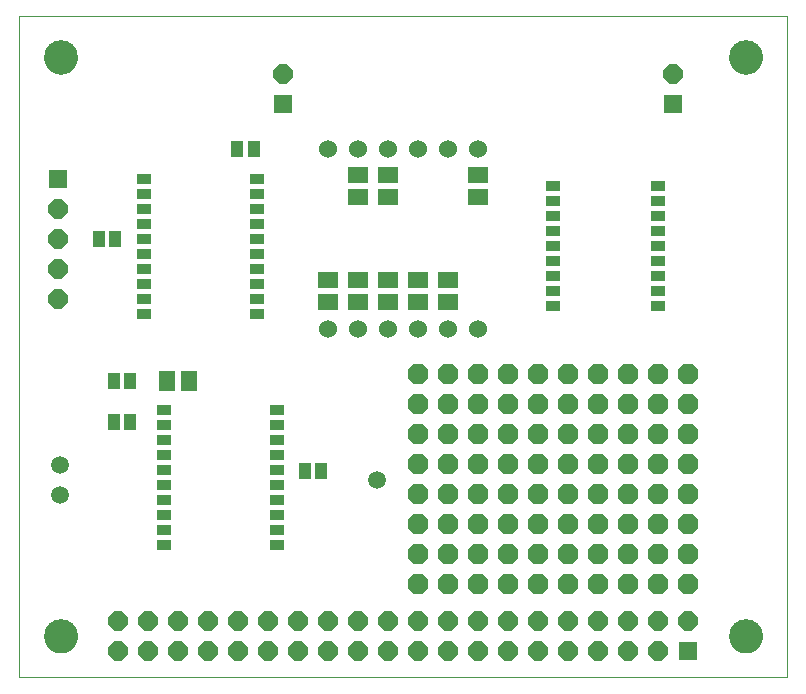
<source format=gbs>
G75*
%MOIN*%
%OFA0B0*%
%FSLAX25Y25*%
%IPPOS*%
%LPD*%
%AMOC8*
5,1,8,0,0,1.08239X$1,22.5*
%
%ADD10C,0.00000*%
%ADD11C,0.11227*%
%ADD12R,0.04337X0.05518*%
%ADD13R,0.06400X0.06400*%
%ADD14OC8,0.06400*%
%ADD15R,0.06699X0.05518*%
%ADD16C,0.06000*%
%ADD17R,0.04900X0.03400*%
%ADD18C,0.05943*%
%ADD19OC8,0.06700*%
%ADD20R,0.05518X0.06699*%
D10*
X0001000Y0001000D02*
X0256906Y0001000D01*
X0256906Y0221472D01*
X0001000Y0221472D01*
X0001000Y0001000D01*
X0009367Y0014780D02*
X0009369Y0014927D01*
X0009375Y0015073D01*
X0009385Y0015219D01*
X0009399Y0015365D01*
X0009417Y0015511D01*
X0009438Y0015656D01*
X0009464Y0015800D01*
X0009494Y0015944D01*
X0009527Y0016086D01*
X0009564Y0016228D01*
X0009605Y0016369D01*
X0009650Y0016508D01*
X0009699Y0016647D01*
X0009751Y0016784D01*
X0009808Y0016919D01*
X0009867Y0017053D01*
X0009931Y0017185D01*
X0009998Y0017315D01*
X0010068Y0017444D01*
X0010142Y0017571D01*
X0010219Y0017695D01*
X0010300Y0017818D01*
X0010384Y0017938D01*
X0010471Y0018056D01*
X0010561Y0018171D01*
X0010654Y0018284D01*
X0010751Y0018395D01*
X0010850Y0018503D01*
X0010952Y0018608D01*
X0011057Y0018710D01*
X0011165Y0018809D01*
X0011276Y0018906D01*
X0011389Y0018999D01*
X0011504Y0019089D01*
X0011622Y0019176D01*
X0011742Y0019260D01*
X0011865Y0019341D01*
X0011989Y0019418D01*
X0012116Y0019492D01*
X0012245Y0019562D01*
X0012375Y0019629D01*
X0012507Y0019693D01*
X0012641Y0019752D01*
X0012776Y0019809D01*
X0012913Y0019861D01*
X0013052Y0019910D01*
X0013191Y0019955D01*
X0013332Y0019996D01*
X0013474Y0020033D01*
X0013616Y0020066D01*
X0013760Y0020096D01*
X0013904Y0020122D01*
X0014049Y0020143D01*
X0014195Y0020161D01*
X0014341Y0020175D01*
X0014487Y0020185D01*
X0014633Y0020191D01*
X0014780Y0020193D01*
X0014927Y0020191D01*
X0015073Y0020185D01*
X0015219Y0020175D01*
X0015365Y0020161D01*
X0015511Y0020143D01*
X0015656Y0020122D01*
X0015800Y0020096D01*
X0015944Y0020066D01*
X0016086Y0020033D01*
X0016228Y0019996D01*
X0016369Y0019955D01*
X0016508Y0019910D01*
X0016647Y0019861D01*
X0016784Y0019809D01*
X0016919Y0019752D01*
X0017053Y0019693D01*
X0017185Y0019629D01*
X0017315Y0019562D01*
X0017444Y0019492D01*
X0017571Y0019418D01*
X0017695Y0019341D01*
X0017818Y0019260D01*
X0017938Y0019176D01*
X0018056Y0019089D01*
X0018171Y0018999D01*
X0018284Y0018906D01*
X0018395Y0018809D01*
X0018503Y0018710D01*
X0018608Y0018608D01*
X0018710Y0018503D01*
X0018809Y0018395D01*
X0018906Y0018284D01*
X0018999Y0018171D01*
X0019089Y0018056D01*
X0019176Y0017938D01*
X0019260Y0017818D01*
X0019341Y0017695D01*
X0019418Y0017571D01*
X0019492Y0017444D01*
X0019562Y0017315D01*
X0019629Y0017185D01*
X0019693Y0017053D01*
X0019752Y0016919D01*
X0019809Y0016784D01*
X0019861Y0016647D01*
X0019910Y0016508D01*
X0019955Y0016369D01*
X0019996Y0016228D01*
X0020033Y0016086D01*
X0020066Y0015944D01*
X0020096Y0015800D01*
X0020122Y0015656D01*
X0020143Y0015511D01*
X0020161Y0015365D01*
X0020175Y0015219D01*
X0020185Y0015073D01*
X0020191Y0014927D01*
X0020193Y0014780D01*
X0020191Y0014633D01*
X0020185Y0014487D01*
X0020175Y0014341D01*
X0020161Y0014195D01*
X0020143Y0014049D01*
X0020122Y0013904D01*
X0020096Y0013760D01*
X0020066Y0013616D01*
X0020033Y0013474D01*
X0019996Y0013332D01*
X0019955Y0013191D01*
X0019910Y0013052D01*
X0019861Y0012913D01*
X0019809Y0012776D01*
X0019752Y0012641D01*
X0019693Y0012507D01*
X0019629Y0012375D01*
X0019562Y0012245D01*
X0019492Y0012116D01*
X0019418Y0011989D01*
X0019341Y0011865D01*
X0019260Y0011742D01*
X0019176Y0011622D01*
X0019089Y0011504D01*
X0018999Y0011389D01*
X0018906Y0011276D01*
X0018809Y0011165D01*
X0018710Y0011057D01*
X0018608Y0010952D01*
X0018503Y0010850D01*
X0018395Y0010751D01*
X0018284Y0010654D01*
X0018171Y0010561D01*
X0018056Y0010471D01*
X0017938Y0010384D01*
X0017818Y0010300D01*
X0017695Y0010219D01*
X0017571Y0010142D01*
X0017444Y0010068D01*
X0017315Y0009998D01*
X0017185Y0009931D01*
X0017053Y0009867D01*
X0016919Y0009808D01*
X0016784Y0009751D01*
X0016647Y0009699D01*
X0016508Y0009650D01*
X0016369Y0009605D01*
X0016228Y0009564D01*
X0016086Y0009527D01*
X0015944Y0009494D01*
X0015800Y0009464D01*
X0015656Y0009438D01*
X0015511Y0009417D01*
X0015365Y0009399D01*
X0015219Y0009385D01*
X0015073Y0009375D01*
X0014927Y0009369D01*
X0014780Y0009367D01*
X0014633Y0009369D01*
X0014487Y0009375D01*
X0014341Y0009385D01*
X0014195Y0009399D01*
X0014049Y0009417D01*
X0013904Y0009438D01*
X0013760Y0009464D01*
X0013616Y0009494D01*
X0013474Y0009527D01*
X0013332Y0009564D01*
X0013191Y0009605D01*
X0013052Y0009650D01*
X0012913Y0009699D01*
X0012776Y0009751D01*
X0012641Y0009808D01*
X0012507Y0009867D01*
X0012375Y0009931D01*
X0012245Y0009998D01*
X0012116Y0010068D01*
X0011989Y0010142D01*
X0011865Y0010219D01*
X0011742Y0010300D01*
X0011622Y0010384D01*
X0011504Y0010471D01*
X0011389Y0010561D01*
X0011276Y0010654D01*
X0011165Y0010751D01*
X0011057Y0010850D01*
X0010952Y0010952D01*
X0010850Y0011057D01*
X0010751Y0011165D01*
X0010654Y0011276D01*
X0010561Y0011389D01*
X0010471Y0011504D01*
X0010384Y0011622D01*
X0010300Y0011742D01*
X0010219Y0011865D01*
X0010142Y0011989D01*
X0010068Y0012116D01*
X0009998Y0012245D01*
X0009931Y0012375D01*
X0009867Y0012507D01*
X0009808Y0012641D01*
X0009751Y0012776D01*
X0009699Y0012913D01*
X0009650Y0013052D01*
X0009605Y0013191D01*
X0009564Y0013332D01*
X0009527Y0013474D01*
X0009494Y0013616D01*
X0009464Y0013760D01*
X0009438Y0013904D01*
X0009417Y0014049D01*
X0009399Y0014195D01*
X0009385Y0014341D01*
X0009375Y0014487D01*
X0009369Y0014633D01*
X0009367Y0014780D01*
X0009367Y0207693D02*
X0009369Y0207840D01*
X0009375Y0207986D01*
X0009385Y0208132D01*
X0009399Y0208278D01*
X0009417Y0208424D01*
X0009438Y0208569D01*
X0009464Y0208713D01*
X0009494Y0208857D01*
X0009527Y0208999D01*
X0009564Y0209141D01*
X0009605Y0209282D01*
X0009650Y0209421D01*
X0009699Y0209560D01*
X0009751Y0209697D01*
X0009808Y0209832D01*
X0009867Y0209966D01*
X0009931Y0210098D01*
X0009998Y0210228D01*
X0010068Y0210357D01*
X0010142Y0210484D01*
X0010219Y0210608D01*
X0010300Y0210731D01*
X0010384Y0210851D01*
X0010471Y0210969D01*
X0010561Y0211084D01*
X0010654Y0211197D01*
X0010751Y0211308D01*
X0010850Y0211416D01*
X0010952Y0211521D01*
X0011057Y0211623D01*
X0011165Y0211722D01*
X0011276Y0211819D01*
X0011389Y0211912D01*
X0011504Y0212002D01*
X0011622Y0212089D01*
X0011742Y0212173D01*
X0011865Y0212254D01*
X0011989Y0212331D01*
X0012116Y0212405D01*
X0012245Y0212475D01*
X0012375Y0212542D01*
X0012507Y0212606D01*
X0012641Y0212665D01*
X0012776Y0212722D01*
X0012913Y0212774D01*
X0013052Y0212823D01*
X0013191Y0212868D01*
X0013332Y0212909D01*
X0013474Y0212946D01*
X0013616Y0212979D01*
X0013760Y0213009D01*
X0013904Y0213035D01*
X0014049Y0213056D01*
X0014195Y0213074D01*
X0014341Y0213088D01*
X0014487Y0213098D01*
X0014633Y0213104D01*
X0014780Y0213106D01*
X0014927Y0213104D01*
X0015073Y0213098D01*
X0015219Y0213088D01*
X0015365Y0213074D01*
X0015511Y0213056D01*
X0015656Y0213035D01*
X0015800Y0213009D01*
X0015944Y0212979D01*
X0016086Y0212946D01*
X0016228Y0212909D01*
X0016369Y0212868D01*
X0016508Y0212823D01*
X0016647Y0212774D01*
X0016784Y0212722D01*
X0016919Y0212665D01*
X0017053Y0212606D01*
X0017185Y0212542D01*
X0017315Y0212475D01*
X0017444Y0212405D01*
X0017571Y0212331D01*
X0017695Y0212254D01*
X0017818Y0212173D01*
X0017938Y0212089D01*
X0018056Y0212002D01*
X0018171Y0211912D01*
X0018284Y0211819D01*
X0018395Y0211722D01*
X0018503Y0211623D01*
X0018608Y0211521D01*
X0018710Y0211416D01*
X0018809Y0211308D01*
X0018906Y0211197D01*
X0018999Y0211084D01*
X0019089Y0210969D01*
X0019176Y0210851D01*
X0019260Y0210731D01*
X0019341Y0210608D01*
X0019418Y0210484D01*
X0019492Y0210357D01*
X0019562Y0210228D01*
X0019629Y0210098D01*
X0019693Y0209966D01*
X0019752Y0209832D01*
X0019809Y0209697D01*
X0019861Y0209560D01*
X0019910Y0209421D01*
X0019955Y0209282D01*
X0019996Y0209141D01*
X0020033Y0208999D01*
X0020066Y0208857D01*
X0020096Y0208713D01*
X0020122Y0208569D01*
X0020143Y0208424D01*
X0020161Y0208278D01*
X0020175Y0208132D01*
X0020185Y0207986D01*
X0020191Y0207840D01*
X0020193Y0207693D01*
X0020191Y0207546D01*
X0020185Y0207400D01*
X0020175Y0207254D01*
X0020161Y0207108D01*
X0020143Y0206962D01*
X0020122Y0206817D01*
X0020096Y0206673D01*
X0020066Y0206529D01*
X0020033Y0206387D01*
X0019996Y0206245D01*
X0019955Y0206104D01*
X0019910Y0205965D01*
X0019861Y0205826D01*
X0019809Y0205689D01*
X0019752Y0205554D01*
X0019693Y0205420D01*
X0019629Y0205288D01*
X0019562Y0205158D01*
X0019492Y0205029D01*
X0019418Y0204902D01*
X0019341Y0204778D01*
X0019260Y0204655D01*
X0019176Y0204535D01*
X0019089Y0204417D01*
X0018999Y0204302D01*
X0018906Y0204189D01*
X0018809Y0204078D01*
X0018710Y0203970D01*
X0018608Y0203865D01*
X0018503Y0203763D01*
X0018395Y0203664D01*
X0018284Y0203567D01*
X0018171Y0203474D01*
X0018056Y0203384D01*
X0017938Y0203297D01*
X0017818Y0203213D01*
X0017695Y0203132D01*
X0017571Y0203055D01*
X0017444Y0202981D01*
X0017315Y0202911D01*
X0017185Y0202844D01*
X0017053Y0202780D01*
X0016919Y0202721D01*
X0016784Y0202664D01*
X0016647Y0202612D01*
X0016508Y0202563D01*
X0016369Y0202518D01*
X0016228Y0202477D01*
X0016086Y0202440D01*
X0015944Y0202407D01*
X0015800Y0202377D01*
X0015656Y0202351D01*
X0015511Y0202330D01*
X0015365Y0202312D01*
X0015219Y0202298D01*
X0015073Y0202288D01*
X0014927Y0202282D01*
X0014780Y0202280D01*
X0014633Y0202282D01*
X0014487Y0202288D01*
X0014341Y0202298D01*
X0014195Y0202312D01*
X0014049Y0202330D01*
X0013904Y0202351D01*
X0013760Y0202377D01*
X0013616Y0202407D01*
X0013474Y0202440D01*
X0013332Y0202477D01*
X0013191Y0202518D01*
X0013052Y0202563D01*
X0012913Y0202612D01*
X0012776Y0202664D01*
X0012641Y0202721D01*
X0012507Y0202780D01*
X0012375Y0202844D01*
X0012245Y0202911D01*
X0012116Y0202981D01*
X0011989Y0203055D01*
X0011865Y0203132D01*
X0011742Y0203213D01*
X0011622Y0203297D01*
X0011504Y0203384D01*
X0011389Y0203474D01*
X0011276Y0203567D01*
X0011165Y0203664D01*
X0011057Y0203763D01*
X0010952Y0203865D01*
X0010850Y0203970D01*
X0010751Y0204078D01*
X0010654Y0204189D01*
X0010561Y0204302D01*
X0010471Y0204417D01*
X0010384Y0204535D01*
X0010300Y0204655D01*
X0010219Y0204778D01*
X0010142Y0204902D01*
X0010068Y0205029D01*
X0009998Y0205158D01*
X0009931Y0205288D01*
X0009867Y0205420D01*
X0009808Y0205554D01*
X0009751Y0205689D01*
X0009699Y0205826D01*
X0009650Y0205965D01*
X0009605Y0206104D01*
X0009564Y0206245D01*
X0009527Y0206387D01*
X0009494Y0206529D01*
X0009464Y0206673D01*
X0009438Y0206817D01*
X0009417Y0206962D01*
X0009399Y0207108D01*
X0009385Y0207254D01*
X0009375Y0207400D01*
X0009369Y0207546D01*
X0009367Y0207693D01*
X0237713Y0207693D02*
X0237715Y0207840D01*
X0237721Y0207986D01*
X0237731Y0208132D01*
X0237745Y0208278D01*
X0237763Y0208424D01*
X0237784Y0208569D01*
X0237810Y0208713D01*
X0237840Y0208857D01*
X0237873Y0208999D01*
X0237910Y0209141D01*
X0237951Y0209282D01*
X0237996Y0209421D01*
X0238045Y0209560D01*
X0238097Y0209697D01*
X0238154Y0209832D01*
X0238213Y0209966D01*
X0238277Y0210098D01*
X0238344Y0210228D01*
X0238414Y0210357D01*
X0238488Y0210484D01*
X0238565Y0210608D01*
X0238646Y0210731D01*
X0238730Y0210851D01*
X0238817Y0210969D01*
X0238907Y0211084D01*
X0239000Y0211197D01*
X0239097Y0211308D01*
X0239196Y0211416D01*
X0239298Y0211521D01*
X0239403Y0211623D01*
X0239511Y0211722D01*
X0239622Y0211819D01*
X0239735Y0211912D01*
X0239850Y0212002D01*
X0239968Y0212089D01*
X0240088Y0212173D01*
X0240211Y0212254D01*
X0240335Y0212331D01*
X0240462Y0212405D01*
X0240591Y0212475D01*
X0240721Y0212542D01*
X0240853Y0212606D01*
X0240987Y0212665D01*
X0241122Y0212722D01*
X0241259Y0212774D01*
X0241398Y0212823D01*
X0241537Y0212868D01*
X0241678Y0212909D01*
X0241820Y0212946D01*
X0241962Y0212979D01*
X0242106Y0213009D01*
X0242250Y0213035D01*
X0242395Y0213056D01*
X0242541Y0213074D01*
X0242687Y0213088D01*
X0242833Y0213098D01*
X0242979Y0213104D01*
X0243126Y0213106D01*
X0243273Y0213104D01*
X0243419Y0213098D01*
X0243565Y0213088D01*
X0243711Y0213074D01*
X0243857Y0213056D01*
X0244002Y0213035D01*
X0244146Y0213009D01*
X0244290Y0212979D01*
X0244432Y0212946D01*
X0244574Y0212909D01*
X0244715Y0212868D01*
X0244854Y0212823D01*
X0244993Y0212774D01*
X0245130Y0212722D01*
X0245265Y0212665D01*
X0245399Y0212606D01*
X0245531Y0212542D01*
X0245661Y0212475D01*
X0245790Y0212405D01*
X0245917Y0212331D01*
X0246041Y0212254D01*
X0246164Y0212173D01*
X0246284Y0212089D01*
X0246402Y0212002D01*
X0246517Y0211912D01*
X0246630Y0211819D01*
X0246741Y0211722D01*
X0246849Y0211623D01*
X0246954Y0211521D01*
X0247056Y0211416D01*
X0247155Y0211308D01*
X0247252Y0211197D01*
X0247345Y0211084D01*
X0247435Y0210969D01*
X0247522Y0210851D01*
X0247606Y0210731D01*
X0247687Y0210608D01*
X0247764Y0210484D01*
X0247838Y0210357D01*
X0247908Y0210228D01*
X0247975Y0210098D01*
X0248039Y0209966D01*
X0248098Y0209832D01*
X0248155Y0209697D01*
X0248207Y0209560D01*
X0248256Y0209421D01*
X0248301Y0209282D01*
X0248342Y0209141D01*
X0248379Y0208999D01*
X0248412Y0208857D01*
X0248442Y0208713D01*
X0248468Y0208569D01*
X0248489Y0208424D01*
X0248507Y0208278D01*
X0248521Y0208132D01*
X0248531Y0207986D01*
X0248537Y0207840D01*
X0248539Y0207693D01*
X0248537Y0207546D01*
X0248531Y0207400D01*
X0248521Y0207254D01*
X0248507Y0207108D01*
X0248489Y0206962D01*
X0248468Y0206817D01*
X0248442Y0206673D01*
X0248412Y0206529D01*
X0248379Y0206387D01*
X0248342Y0206245D01*
X0248301Y0206104D01*
X0248256Y0205965D01*
X0248207Y0205826D01*
X0248155Y0205689D01*
X0248098Y0205554D01*
X0248039Y0205420D01*
X0247975Y0205288D01*
X0247908Y0205158D01*
X0247838Y0205029D01*
X0247764Y0204902D01*
X0247687Y0204778D01*
X0247606Y0204655D01*
X0247522Y0204535D01*
X0247435Y0204417D01*
X0247345Y0204302D01*
X0247252Y0204189D01*
X0247155Y0204078D01*
X0247056Y0203970D01*
X0246954Y0203865D01*
X0246849Y0203763D01*
X0246741Y0203664D01*
X0246630Y0203567D01*
X0246517Y0203474D01*
X0246402Y0203384D01*
X0246284Y0203297D01*
X0246164Y0203213D01*
X0246041Y0203132D01*
X0245917Y0203055D01*
X0245790Y0202981D01*
X0245661Y0202911D01*
X0245531Y0202844D01*
X0245399Y0202780D01*
X0245265Y0202721D01*
X0245130Y0202664D01*
X0244993Y0202612D01*
X0244854Y0202563D01*
X0244715Y0202518D01*
X0244574Y0202477D01*
X0244432Y0202440D01*
X0244290Y0202407D01*
X0244146Y0202377D01*
X0244002Y0202351D01*
X0243857Y0202330D01*
X0243711Y0202312D01*
X0243565Y0202298D01*
X0243419Y0202288D01*
X0243273Y0202282D01*
X0243126Y0202280D01*
X0242979Y0202282D01*
X0242833Y0202288D01*
X0242687Y0202298D01*
X0242541Y0202312D01*
X0242395Y0202330D01*
X0242250Y0202351D01*
X0242106Y0202377D01*
X0241962Y0202407D01*
X0241820Y0202440D01*
X0241678Y0202477D01*
X0241537Y0202518D01*
X0241398Y0202563D01*
X0241259Y0202612D01*
X0241122Y0202664D01*
X0240987Y0202721D01*
X0240853Y0202780D01*
X0240721Y0202844D01*
X0240591Y0202911D01*
X0240462Y0202981D01*
X0240335Y0203055D01*
X0240211Y0203132D01*
X0240088Y0203213D01*
X0239968Y0203297D01*
X0239850Y0203384D01*
X0239735Y0203474D01*
X0239622Y0203567D01*
X0239511Y0203664D01*
X0239403Y0203763D01*
X0239298Y0203865D01*
X0239196Y0203970D01*
X0239097Y0204078D01*
X0239000Y0204189D01*
X0238907Y0204302D01*
X0238817Y0204417D01*
X0238730Y0204535D01*
X0238646Y0204655D01*
X0238565Y0204778D01*
X0238488Y0204902D01*
X0238414Y0205029D01*
X0238344Y0205158D01*
X0238277Y0205288D01*
X0238213Y0205420D01*
X0238154Y0205554D01*
X0238097Y0205689D01*
X0238045Y0205826D01*
X0237996Y0205965D01*
X0237951Y0206104D01*
X0237910Y0206245D01*
X0237873Y0206387D01*
X0237840Y0206529D01*
X0237810Y0206673D01*
X0237784Y0206817D01*
X0237763Y0206962D01*
X0237745Y0207108D01*
X0237731Y0207254D01*
X0237721Y0207400D01*
X0237715Y0207546D01*
X0237713Y0207693D01*
X0237713Y0014780D02*
X0237715Y0014927D01*
X0237721Y0015073D01*
X0237731Y0015219D01*
X0237745Y0015365D01*
X0237763Y0015511D01*
X0237784Y0015656D01*
X0237810Y0015800D01*
X0237840Y0015944D01*
X0237873Y0016086D01*
X0237910Y0016228D01*
X0237951Y0016369D01*
X0237996Y0016508D01*
X0238045Y0016647D01*
X0238097Y0016784D01*
X0238154Y0016919D01*
X0238213Y0017053D01*
X0238277Y0017185D01*
X0238344Y0017315D01*
X0238414Y0017444D01*
X0238488Y0017571D01*
X0238565Y0017695D01*
X0238646Y0017818D01*
X0238730Y0017938D01*
X0238817Y0018056D01*
X0238907Y0018171D01*
X0239000Y0018284D01*
X0239097Y0018395D01*
X0239196Y0018503D01*
X0239298Y0018608D01*
X0239403Y0018710D01*
X0239511Y0018809D01*
X0239622Y0018906D01*
X0239735Y0018999D01*
X0239850Y0019089D01*
X0239968Y0019176D01*
X0240088Y0019260D01*
X0240211Y0019341D01*
X0240335Y0019418D01*
X0240462Y0019492D01*
X0240591Y0019562D01*
X0240721Y0019629D01*
X0240853Y0019693D01*
X0240987Y0019752D01*
X0241122Y0019809D01*
X0241259Y0019861D01*
X0241398Y0019910D01*
X0241537Y0019955D01*
X0241678Y0019996D01*
X0241820Y0020033D01*
X0241962Y0020066D01*
X0242106Y0020096D01*
X0242250Y0020122D01*
X0242395Y0020143D01*
X0242541Y0020161D01*
X0242687Y0020175D01*
X0242833Y0020185D01*
X0242979Y0020191D01*
X0243126Y0020193D01*
X0243273Y0020191D01*
X0243419Y0020185D01*
X0243565Y0020175D01*
X0243711Y0020161D01*
X0243857Y0020143D01*
X0244002Y0020122D01*
X0244146Y0020096D01*
X0244290Y0020066D01*
X0244432Y0020033D01*
X0244574Y0019996D01*
X0244715Y0019955D01*
X0244854Y0019910D01*
X0244993Y0019861D01*
X0245130Y0019809D01*
X0245265Y0019752D01*
X0245399Y0019693D01*
X0245531Y0019629D01*
X0245661Y0019562D01*
X0245790Y0019492D01*
X0245917Y0019418D01*
X0246041Y0019341D01*
X0246164Y0019260D01*
X0246284Y0019176D01*
X0246402Y0019089D01*
X0246517Y0018999D01*
X0246630Y0018906D01*
X0246741Y0018809D01*
X0246849Y0018710D01*
X0246954Y0018608D01*
X0247056Y0018503D01*
X0247155Y0018395D01*
X0247252Y0018284D01*
X0247345Y0018171D01*
X0247435Y0018056D01*
X0247522Y0017938D01*
X0247606Y0017818D01*
X0247687Y0017695D01*
X0247764Y0017571D01*
X0247838Y0017444D01*
X0247908Y0017315D01*
X0247975Y0017185D01*
X0248039Y0017053D01*
X0248098Y0016919D01*
X0248155Y0016784D01*
X0248207Y0016647D01*
X0248256Y0016508D01*
X0248301Y0016369D01*
X0248342Y0016228D01*
X0248379Y0016086D01*
X0248412Y0015944D01*
X0248442Y0015800D01*
X0248468Y0015656D01*
X0248489Y0015511D01*
X0248507Y0015365D01*
X0248521Y0015219D01*
X0248531Y0015073D01*
X0248537Y0014927D01*
X0248539Y0014780D01*
X0248537Y0014633D01*
X0248531Y0014487D01*
X0248521Y0014341D01*
X0248507Y0014195D01*
X0248489Y0014049D01*
X0248468Y0013904D01*
X0248442Y0013760D01*
X0248412Y0013616D01*
X0248379Y0013474D01*
X0248342Y0013332D01*
X0248301Y0013191D01*
X0248256Y0013052D01*
X0248207Y0012913D01*
X0248155Y0012776D01*
X0248098Y0012641D01*
X0248039Y0012507D01*
X0247975Y0012375D01*
X0247908Y0012245D01*
X0247838Y0012116D01*
X0247764Y0011989D01*
X0247687Y0011865D01*
X0247606Y0011742D01*
X0247522Y0011622D01*
X0247435Y0011504D01*
X0247345Y0011389D01*
X0247252Y0011276D01*
X0247155Y0011165D01*
X0247056Y0011057D01*
X0246954Y0010952D01*
X0246849Y0010850D01*
X0246741Y0010751D01*
X0246630Y0010654D01*
X0246517Y0010561D01*
X0246402Y0010471D01*
X0246284Y0010384D01*
X0246164Y0010300D01*
X0246041Y0010219D01*
X0245917Y0010142D01*
X0245790Y0010068D01*
X0245661Y0009998D01*
X0245531Y0009931D01*
X0245399Y0009867D01*
X0245265Y0009808D01*
X0245130Y0009751D01*
X0244993Y0009699D01*
X0244854Y0009650D01*
X0244715Y0009605D01*
X0244574Y0009564D01*
X0244432Y0009527D01*
X0244290Y0009494D01*
X0244146Y0009464D01*
X0244002Y0009438D01*
X0243857Y0009417D01*
X0243711Y0009399D01*
X0243565Y0009385D01*
X0243419Y0009375D01*
X0243273Y0009369D01*
X0243126Y0009367D01*
X0242979Y0009369D01*
X0242833Y0009375D01*
X0242687Y0009385D01*
X0242541Y0009399D01*
X0242395Y0009417D01*
X0242250Y0009438D01*
X0242106Y0009464D01*
X0241962Y0009494D01*
X0241820Y0009527D01*
X0241678Y0009564D01*
X0241537Y0009605D01*
X0241398Y0009650D01*
X0241259Y0009699D01*
X0241122Y0009751D01*
X0240987Y0009808D01*
X0240853Y0009867D01*
X0240721Y0009931D01*
X0240591Y0009998D01*
X0240462Y0010068D01*
X0240335Y0010142D01*
X0240211Y0010219D01*
X0240088Y0010300D01*
X0239968Y0010384D01*
X0239850Y0010471D01*
X0239735Y0010561D01*
X0239622Y0010654D01*
X0239511Y0010751D01*
X0239403Y0010850D01*
X0239298Y0010952D01*
X0239196Y0011057D01*
X0239097Y0011165D01*
X0239000Y0011276D01*
X0238907Y0011389D01*
X0238817Y0011504D01*
X0238730Y0011622D01*
X0238646Y0011742D01*
X0238565Y0011865D01*
X0238488Y0011989D01*
X0238414Y0012116D01*
X0238344Y0012245D01*
X0238277Y0012375D01*
X0238213Y0012507D01*
X0238154Y0012641D01*
X0238097Y0012776D01*
X0238045Y0012913D01*
X0237996Y0013052D01*
X0237951Y0013191D01*
X0237910Y0013332D01*
X0237873Y0013474D01*
X0237840Y0013616D01*
X0237810Y0013760D01*
X0237784Y0013904D01*
X0237763Y0014049D01*
X0237745Y0014195D01*
X0237731Y0014341D01*
X0237721Y0014487D01*
X0237715Y0014633D01*
X0237713Y0014780D01*
D11*
X0243126Y0014780D03*
X0243126Y0207693D03*
X0014780Y0207693D03*
X0014780Y0014780D03*
D12*
X0032447Y0086030D03*
X0037959Y0086030D03*
X0037959Y0099780D03*
X0032447Y0099780D03*
X0032959Y0147280D03*
X0027447Y0147280D03*
X0073697Y0177280D03*
X0079209Y0177280D03*
X0096197Y0069780D03*
X0101709Y0069780D03*
D13*
X0013953Y0167280D03*
X0088953Y0192280D03*
X0218953Y0192280D03*
X0223953Y0009780D03*
D14*
X0223953Y0019780D03*
X0213953Y0019780D03*
X0203953Y0019780D03*
X0193953Y0019780D03*
X0183953Y0019780D03*
X0173953Y0019780D03*
X0163953Y0019780D03*
X0153953Y0019780D03*
X0143953Y0019780D03*
X0133953Y0019780D03*
X0123953Y0019780D03*
X0113953Y0019780D03*
X0103953Y0019780D03*
X0093953Y0019780D03*
X0083953Y0019780D03*
X0073953Y0019780D03*
X0063953Y0019780D03*
X0053953Y0019780D03*
X0043953Y0019780D03*
X0033953Y0019780D03*
X0033953Y0009780D03*
X0043953Y0009780D03*
X0053953Y0009780D03*
X0063953Y0009780D03*
X0073953Y0009780D03*
X0083953Y0009780D03*
X0093953Y0009780D03*
X0103953Y0009780D03*
X0113953Y0009780D03*
X0123953Y0009780D03*
X0133953Y0009780D03*
X0143953Y0009780D03*
X0153953Y0009780D03*
X0163953Y0009780D03*
X0173953Y0009780D03*
X0183953Y0009780D03*
X0193953Y0009780D03*
X0203953Y0009780D03*
X0213953Y0009780D03*
X0013953Y0127280D03*
X0013953Y0137280D03*
X0013953Y0147280D03*
X0013953Y0157280D03*
X0088953Y0202280D03*
X0218953Y0202280D03*
D15*
X0153953Y0168520D03*
X0153953Y0161039D03*
X0123953Y0161039D03*
X0123953Y0168520D03*
X0113953Y0168520D03*
X0113953Y0161039D03*
X0113953Y0133520D03*
X0113953Y0126039D03*
X0123953Y0126039D03*
X0133953Y0126039D03*
X0133953Y0133520D03*
X0123953Y0133520D03*
X0143953Y0133520D03*
X0143953Y0126039D03*
X0103953Y0126039D03*
X0103953Y0133520D03*
D16*
X0103953Y0117280D03*
X0113953Y0117280D03*
X0123953Y0117280D03*
X0133953Y0117280D03*
X0143953Y0117280D03*
X0153953Y0117280D03*
X0153953Y0177280D03*
X0143953Y0177280D03*
X0133953Y0177280D03*
X0123953Y0177280D03*
X0113953Y0177280D03*
X0103953Y0177280D03*
D17*
X0080303Y0167280D03*
X0080303Y0162280D03*
X0080303Y0157280D03*
X0080303Y0152280D03*
X0080303Y0147280D03*
X0080303Y0142280D03*
X0080303Y0137280D03*
X0080303Y0132280D03*
X0080303Y0127280D03*
X0080303Y0122280D03*
X0086803Y0090280D03*
X0086803Y0085280D03*
X0086803Y0080280D03*
X0086803Y0075280D03*
X0086803Y0070280D03*
X0086803Y0065280D03*
X0086803Y0060280D03*
X0086803Y0055280D03*
X0086803Y0050280D03*
X0086803Y0045280D03*
X0049103Y0045280D03*
X0049103Y0050280D03*
X0049103Y0055280D03*
X0049103Y0060280D03*
X0049103Y0065280D03*
X0049103Y0070280D03*
X0049103Y0075280D03*
X0049103Y0080280D03*
X0049103Y0085280D03*
X0049103Y0090280D03*
X0042603Y0122280D03*
X0042603Y0127280D03*
X0042603Y0132280D03*
X0042603Y0137280D03*
X0042603Y0142280D03*
X0042603Y0147280D03*
X0042603Y0152280D03*
X0042603Y0157280D03*
X0042603Y0162280D03*
X0042603Y0167280D03*
X0178853Y0164780D03*
X0178853Y0159780D03*
X0178853Y0154780D03*
X0178853Y0149780D03*
X0178853Y0144780D03*
X0178853Y0139780D03*
X0178853Y0134780D03*
X0178853Y0129780D03*
X0178853Y0124780D03*
X0214053Y0124780D03*
X0214053Y0129780D03*
X0214053Y0134780D03*
X0214053Y0139780D03*
X0214053Y0144780D03*
X0214053Y0149780D03*
X0214053Y0154780D03*
X0214053Y0159780D03*
X0214053Y0164780D03*
D18*
X0120406Y0066780D03*
X0014500Y0071780D03*
X0014500Y0061780D03*
D19*
X0133953Y0062280D03*
X0143953Y0062280D03*
X0153953Y0062280D03*
X0163953Y0062280D03*
X0173953Y0062280D03*
X0183953Y0062280D03*
X0193953Y0062280D03*
X0203953Y0062280D03*
X0213953Y0062280D03*
X0223953Y0062280D03*
X0223953Y0052280D03*
X0213953Y0052280D03*
X0203953Y0052280D03*
X0193953Y0052280D03*
X0183953Y0052280D03*
X0173953Y0052280D03*
X0163953Y0052280D03*
X0153953Y0052280D03*
X0143953Y0052280D03*
X0133953Y0052280D03*
X0133953Y0042280D03*
X0143953Y0042280D03*
X0153953Y0042280D03*
X0163953Y0042280D03*
X0173953Y0042280D03*
X0183953Y0042280D03*
X0193953Y0042280D03*
X0203953Y0042280D03*
X0213953Y0042280D03*
X0223953Y0042280D03*
X0223953Y0032280D03*
X0213953Y0032280D03*
X0203953Y0032280D03*
X0193953Y0032280D03*
X0183953Y0032280D03*
X0173953Y0032280D03*
X0163953Y0032280D03*
X0153953Y0032280D03*
X0143953Y0032280D03*
X0133953Y0032280D03*
X0133953Y0072280D03*
X0133953Y0082280D03*
X0143953Y0082280D03*
X0153953Y0082280D03*
X0163953Y0082280D03*
X0173953Y0082280D03*
X0183953Y0082280D03*
X0193953Y0082280D03*
X0203953Y0082280D03*
X0213953Y0082280D03*
X0223953Y0082280D03*
X0223953Y0072280D03*
X0213953Y0072280D03*
X0203953Y0072280D03*
X0193953Y0072280D03*
X0183953Y0072280D03*
X0173953Y0072280D03*
X0163953Y0072280D03*
X0153953Y0072280D03*
X0143953Y0072280D03*
X0143953Y0092280D03*
X0143953Y0102280D03*
X0153953Y0102280D03*
X0163953Y0102280D03*
X0173953Y0102280D03*
X0183953Y0102280D03*
X0193953Y0102280D03*
X0203953Y0102280D03*
X0213953Y0102280D03*
X0223953Y0102280D03*
X0223953Y0092280D03*
X0213953Y0092280D03*
X0203953Y0092280D03*
X0193953Y0092280D03*
X0183953Y0092280D03*
X0173953Y0092280D03*
X0163953Y0092280D03*
X0153953Y0092280D03*
X0133953Y0092280D03*
X0133953Y0102280D03*
D20*
X0057693Y0099780D03*
X0050213Y0099780D03*
M02*

</source>
